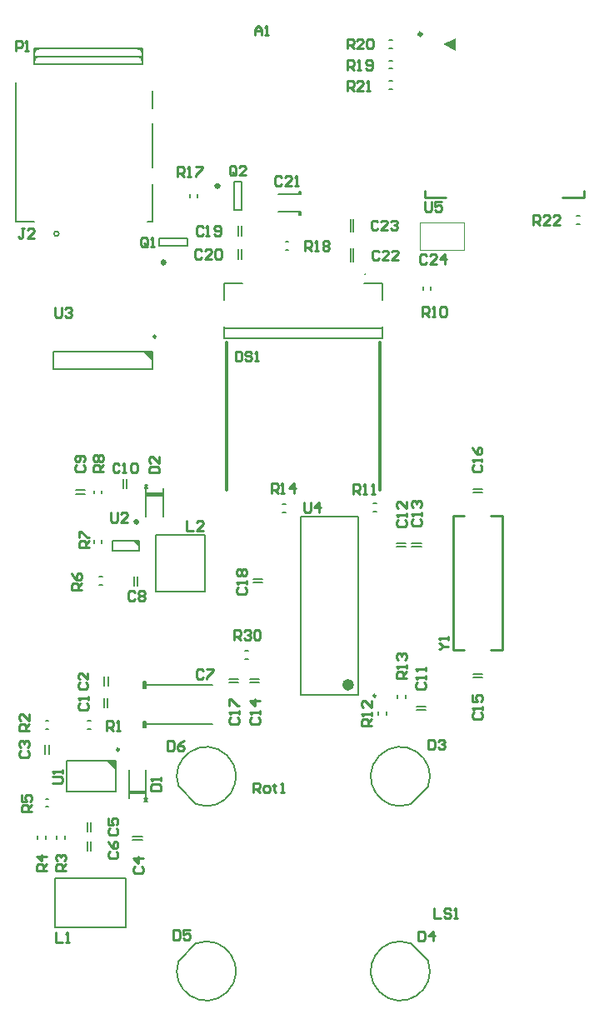
<source format=gto>
G04 Layer_Color=65535*
%FSLAX44Y44*%
%MOMM*%
G71*
G01*
G75*
%ADD35C,0.2000*%
%ADD36C,0.5000*%
%ADD37C,0.3000*%
%ADD47C,0.1270*%
%ADD48C,0.2500*%
%ADD49C,0.6000*%
%ADD50C,0.2540*%
%ADD51C,0.1016*%
G36*
X132780Y466720D02*
X127170Y472330D01*
X132780D01*
Y466720D01*
D02*
G37*
G36*
X109560Y239280D02*
X99560Y249280D01*
X109560D01*
Y239280D01*
D02*
G37*
G36*
X454650Y970650D02*
X441950Y977000D01*
X454650Y983350D01*
Y970650D01*
D02*
G37*
G36*
X146350Y655000D02*
X136350Y665000D01*
X146350D01*
Y655000D01*
D02*
G37*
D35*
X51500Y784500D02*
G03*
X51500Y784500I-2500J0D01*
G01*
X409081Y63341D02*
G03*
X426574Y45908I-10553J-28082D01*
G01*
X173369Y45812D02*
G03*
X190802Y63304I28082J-10553D01*
G01*
X426611Y222398D02*
G03*
X409178Y204906I-28082J10553D01*
G01*
X190898Y204870D02*
G03*
X173406Y222302I10553J28082D01*
G01*
X355500Y316000D02*
Y497000D01*
X297500Y316000D02*
Y497000D01*
Y316000D02*
X355500D01*
X297500Y497000D02*
X355500D01*
X409081Y63341D02*
X426514Y45908D01*
X173369Y45812D02*
X190802Y63244D01*
X409179Y204966D02*
X426611Y222398D01*
X173466Y222302D02*
X190898Y204870D01*
X175000Y421200D02*
X200000D01*
Y478800D01*
X150000D02*
X200000D01*
X150000Y421200D02*
Y478800D01*
Y421200D02*
X175000D01*
X119650Y79500D02*
Y104500D01*
X47350Y79500D02*
X119650D01*
X47350D02*
Y129500D01*
X119650D01*
Y104500D02*
Y129500D01*
D36*
X212726Y833452D02*
X212250Y832976D01*
X212726Y832500D01*
X213202Y832976D01*
X212726Y833452D01*
X130952Y491524D02*
X130476Y492000D01*
X130000Y491524D01*
X130476Y491048D01*
X130952Y491524D01*
X157298Y755226D02*
X157774Y754750D01*
X158250Y755226D01*
X157774Y755702D01*
X157298Y755226D01*
D37*
X420250Y987250D02*
G03*
X420250Y987250I-1500J0D01*
G01*
X378000Y524000D02*
Y674000D01*
X222000Y524000D02*
Y674000D01*
D47*
X136500Y967500D02*
G03*
X131500Y972500I-5000J0D01*
G01*
X136500Y959500D02*
G03*
X131500Y964500I-5000J0D01*
G01*
X31500Y972500D02*
G03*
X26500Y967500I0J-5000D01*
G01*
X31500Y964500D02*
G03*
X26500Y959500I0J-5000D01*
G01*
X363040Y743500D02*
G03*
X363040Y743500I-540J0D01*
G01*
X248738Y433278D02*
X258262D01*
X248738Y429722D02*
X258262D01*
X395936Y312476D02*
Y315524D01*
X404064Y312476D02*
Y315524D01*
X376436Y295476D02*
Y298524D01*
X384564Y295476D02*
Y298524D01*
X472238Y521722D02*
X481762D01*
X472238Y525278D02*
X481762D01*
X8000Y797000D02*
Y938500D01*
Y797000D02*
X26500D01*
X146500D02*
Y802500D01*
X142000Y797000D02*
X146500D01*
X136500Y964500D02*
Y967500D01*
Y956500D02*
Y959500D01*
X26500Y964500D02*
Y967500D01*
Y956500D02*
Y959500D01*
Y956500D02*
X136500D01*
Y967500D02*
Y972500D01*
X131500D02*
X136500D01*
X31500D02*
X131500D01*
X26500D02*
X31500D01*
X26500Y967500D02*
Y972500D01*
X136500Y959500D02*
Y964500D01*
X131500D02*
X136500D01*
X31500D02*
X131500D01*
X26500D02*
X31500D01*
X26500Y959500D02*
Y964500D01*
X146500Y802500D02*
Y834500D01*
Y852000D02*
Y897000D01*
Y912000D02*
Y929500D01*
X472238Y337278D02*
X481762D01*
X472238Y333722D02*
X481762D01*
X414738Y304278D02*
X424262D01*
X414738Y300722D02*
X424262D01*
X394738Y466222D02*
X404262D01*
X394738Y469778D02*
X404262D01*
X410238Y466222D02*
X419762D01*
X410238Y469778D02*
X419762D01*
X224738Y332278D02*
X234262D01*
X224738Y328722D02*
X234262D01*
X245738Y332278D02*
X255262D01*
X245738Y328722D02*
X255262D01*
X281976Y776314D02*
X285024D01*
X281976Y768186D02*
X285024D01*
X296750Y803500D02*
Y806500D01*
X295750Y803500D02*
Y806500D01*
Y803500D02*
X297750D01*
X296750Y824500D02*
Y827500D01*
X295750Y824500D02*
Y827500D01*
X297750D01*
Y824500D02*
Y827500D01*
X274750Y824500D02*
X297750D01*
X274750Y806500D02*
X297750D01*
Y803500D02*
Y806500D01*
X237528Y782738D02*
Y792262D01*
X233972Y782738D02*
Y792262D01*
Y758988D02*
Y768512D01*
X237528Y758988D02*
Y768512D01*
X219500Y717000D02*
Y734500D01*
X238500D01*
X361500D02*
X380500D01*
Y717000D02*
Y734500D01*
X219500Y678500D02*
Y690000D01*
Y678500D02*
X380500D01*
Y690000D01*
X219500Y688500D02*
X380500D01*
X229690Y837500D02*
X237310D01*
Y808500D02*
Y837500D01*
X229690Y808500D02*
X237310D01*
X229690D02*
Y837500D01*
X184436Y821226D02*
Y824274D01*
X192564Y821226D02*
Y824274D01*
X350996Y786238D02*
Y799262D01*
X348004Y786238D02*
Y799262D01*
Y756488D02*
Y769512D01*
X350996Y756488D02*
Y769512D01*
X127722Y426738D02*
Y436262D01*
X131278Y426738D02*
Y436262D01*
X95314Y470226D02*
Y473274D01*
X87186Y470226D02*
Y473274D01*
X92726Y435814D02*
X95774D01*
X92726Y427686D02*
X95774D01*
X105780Y472330D02*
X132780Y472330D01*
X105780Y462170D02*
Y472330D01*
Y462170D02*
X132780Y462170D01*
Y472330D01*
X116972Y525738D02*
Y535262D01*
X120528Y525738D02*
Y535262D01*
X95314Y520476D02*
Y523524D01*
X87186Y520476D02*
Y523524D01*
X68488Y520222D02*
X78012D01*
X68488Y523778D02*
X78012D01*
X101278Y302738D02*
Y312262D01*
X97722Y302738D02*
Y312262D01*
X57564Y169726D02*
Y172774D01*
X49436Y169726D02*
Y172774D01*
X37722Y255488D02*
Y265012D01*
X41278Y255488D02*
Y265012D01*
X37976Y202186D02*
X41024D01*
X37976Y210314D02*
X41024D01*
X138500Y207500D02*
X141500D01*
X138500Y210500D02*
X141500D01*
X140000Y207500D02*
X141500Y210500D01*
X138500D02*
X140000Y207500D01*
Y210500D01*
X123000Y217000D02*
X140000D01*
Y210500D02*
Y239478D01*
X123000Y210500D02*
Y239500D01*
Y218000D02*
X140000D01*
X123000Y216000D02*
X140000D01*
X80976Y289314D02*
X84024D01*
X80976Y281186D02*
X84024D01*
X45650Y665000D02*
X146350D01*
X45650Y647000D02*
X146350D01*
Y665000D01*
X45650Y647000D02*
Y665000D01*
X59560Y249280D02*
X109560D01*
X59560Y217280D02*
X109560D01*
Y249280D01*
X59560Y217280D02*
Y249280D01*
X84108Y157608D02*
Y167132D01*
X80552Y157608D02*
Y167132D01*
X126738Y168222D02*
X136262D01*
X126738Y171778D02*
X136262D01*
X84108Y176658D02*
Y186182D01*
X80552Y176658D02*
Y186182D01*
X278976Y509564D02*
X282024D01*
X278976Y501436D02*
X282024D01*
X37976Y289314D02*
X41024D01*
X37976Y281186D02*
X41024D01*
X101528Y324988D02*
Y334512D01*
X97972Y324988D02*
Y334512D01*
X240976Y360564D02*
X244024D01*
X240976Y352436D02*
X244024D01*
X30006Y169726D02*
Y172774D01*
X38134Y169726D02*
Y172774D01*
X387476Y972936D02*
X390524D01*
X387476Y981064D02*
X390524D01*
X387476Y960314D02*
X390524D01*
X387476Y952186D02*
X390524D01*
X387476Y939564D02*
X390524D01*
X387476Y931436D02*
X390524D01*
X137500Y286000D02*
X207500D01*
X137500Y283000D02*
Y289000D01*
Y323000D02*
Y329000D01*
Y326000D02*
X207500D01*
X137500Y283000D02*
X139500D01*
Y286000D01*
X138500Y283000D02*
Y286000D01*
X137500Y289000D02*
X139500D01*
Y286000D02*
Y289000D01*
X138500Y286000D02*
Y289000D01*
X137500Y329000D02*
X139500D01*
Y326000D02*
Y329000D01*
X138500Y326000D02*
Y329000D01*
X137500Y323000D02*
X139500D01*
Y326000D01*
X138500Y323000D02*
Y326000D01*
X370976Y502436D02*
X374024D01*
X370976Y510564D02*
X374024D01*
X138750Y529000D02*
X141750D01*
X138750Y526000D02*
X141750D01*
X138750D02*
X140250Y529000D01*
X141750Y526000D01*
X140250D02*
Y529000D01*
Y519500D02*
X157250D01*
X140250Y497022D02*
Y526000D01*
X157250Y497000D02*
Y526000D01*
X140250Y518500D02*
X157250D01*
X140250Y520500D02*
X157250D01*
X153250Y772190D02*
Y779810D01*
X182250D01*
Y772190D02*
Y779810D01*
X153250Y772190D02*
X182250D01*
X577976Y794436D02*
X581024D01*
X577976Y802564D02*
X581024D01*
X429831Y727476D02*
Y730524D01*
X421703Y727476D02*
Y730524D01*
D48*
X373750Y314950D02*
G03*
X373750Y314950I-1250J0D01*
G01*
X150200Y680000D02*
G03*
X150200Y680000I-1250J0D01*
G01*
X112810Y260280D02*
G03*
X112810Y260280I-1250J0D01*
G01*
D49*
X348500Y326000D02*
G03*
X348500Y326000I-3000J0D01*
G01*
D50*
X452000Y361500D02*
Y497500D01*
Y361500D02*
X463500D01*
X452000Y497500D02*
X463500D01*
X490500D02*
X502000D01*
X490500Y361500D02*
X502000D01*
Y497500D01*
X423415Y821317D02*
Y827835D01*
X585088Y821317D02*
Y827838D01*
X423415Y821317D02*
X444933D01*
X563567D02*
X585088D01*
X437503Y362000D02*
X439169D01*
X442502Y365332D01*
X439169Y368665D01*
X437503D01*
X442502Y365332D02*
X447500D01*
Y371997D02*
Y375329D01*
Y373663D01*
X437503D01*
X439169Y371997D01*
X423750Y816747D02*
Y808416D01*
X425416Y806750D01*
X428748D01*
X430415Y808416D01*
Y816747D01*
X440411D02*
X433747D01*
Y811748D01*
X437079Y813415D01*
X438745D01*
X440411Y811748D01*
Y808416D01*
X438745Y806750D01*
X435413D01*
X433747Y808416D01*
X301000Y510997D02*
Y502666D01*
X302666Y501000D01*
X305998D01*
X307665Y502666D01*
Y510997D01*
X315995Y501000D02*
Y510997D01*
X310997Y505998D01*
X317661D01*
X47538Y709509D02*
Y701178D01*
X49204Y699512D01*
X52536D01*
X54202Y701178D01*
Y709509D01*
X57535Y707843D02*
X59201Y709509D01*
X62533D01*
X64199Y707843D01*
Y706177D01*
X62533Y704510D01*
X60867D01*
X62533D01*
X64199Y702844D01*
Y701178D01*
X62533Y699512D01*
X59201D01*
X57535Y701178D01*
X104500Y500997D02*
Y492666D01*
X106166Y491000D01*
X109498D01*
X111165Y492666D01*
Y500997D01*
X121161Y491000D02*
X114497D01*
X121161Y497664D01*
Y499331D01*
X119495Y500997D01*
X116163D01*
X114497Y499331D01*
X45003Y226000D02*
X53334D01*
X55000Y227666D01*
Y230998D01*
X53334Y232665D01*
X45003D01*
X55000Y235997D02*
Y239329D01*
Y237663D01*
X45003D01*
X46669Y235997D01*
X249000Y216500D02*
Y226497D01*
X253998D01*
X255665Y224831D01*
Y221498D01*
X253998Y219832D01*
X249000D01*
X252332D02*
X255665Y216500D01*
X260663D02*
X263995D01*
X265661Y218166D01*
Y221498D01*
X263995Y223165D01*
X260663D01*
X258997Y221498D01*
Y218166D01*
X260663Y216500D01*
X270660Y224831D02*
Y223165D01*
X268994D01*
X272326D01*
X270660D01*
Y218166D01*
X272326Y216500D01*
X277324D02*
X280657D01*
X278990D01*
Y226497D01*
X277324Y224831D01*
X229616Y371602D02*
Y381599D01*
X234614D01*
X236280Y379933D01*
Y376600D01*
X234614Y374934D01*
X229616D01*
X232948D02*
X236280Y371602D01*
X239613Y379933D02*
X241279Y381599D01*
X244611D01*
X246277Y379933D01*
Y378266D01*
X244611Y376600D01*
X242945D01*
X244611D01*
X246277Y374934D01*
Y373268D01*
X244611Y371602D01*
X241279D01*
X239613Y373268D01*
X249610Y379933D02*
X251276Y381599D01*
X254608D01*
X256274Y379933D01*
Y373268D01*
X254608Y371602D01*
X251276D01*
X249610Y373268D01*
Y379933D01*
X344500Y930000D02*
Y939997D01*
X349498D01*
X351165Y938331D01*
Y934998D01*
X349498Y933332D01*
X344500D01*
X347832D02*
X351165Y930000D01*
X361161D02*
X354497D01*
X361161Y936665D01*
Y938331D01*
X359495Y939997D01*
X356163D01*
X354497Y938331D01*
X364494Y930000D02*
X367826D01*
X366160D01*
Y939997D01*
X364494Y938331D01*
X344500Y972500D02*
Y982497D01*
X349498D01*
X351165Y980831D01*
Y977498D01*
X349498Y975832D01*
X344500D01*
X347832D02*
X351165Y972500D01*
X361161D02*
X354497D01*
X361161Y979165D01*
Y980831D01*
X359495Y982497D01*
X356163D01*
X354497Y980831D01*
X364494D02*
X366160Y982497D01*
X369492D01*
X371158Y980831D01*
Y974166D01*
X369492Y972500D01*
X366160D01*
X364494Y974166D01*
Y980831D01*
X345000Y951000D02*
Y960997D01*
X349998D01*
X351665Y959331D01*
Y955998D01*
X349998Y954332D01*
X345000D01*
X348332D02*
X351665Y951000D01*
X354997D02*
X358329D01*
X356663D01*
Y960997D01*
X354997Y959331D01*
X363327Y952666D02*
X364994Y951000D01*
X368326D01*
X369992Y952666D01*
Y959331D01*
X368326Y960997D01*
X364994D01*
X363327Y959331D01*
Y957664D01*
X364994Y955998D01*
X369992D01*
X301500Y767000D02*
Y776997D01*
X306498D01*
X308165Y775331D01*
Y771998D01*
X306498Y770332D01*
X301500D01*
X304832D02*
X308165Y767000D01*
X311497D02*
X314829D01*
X313163D01*
Y776997D01*
X311497Y775331D01*
X319827D02*
X321494Y776997D01*
X324826D01*
X326492Y775331D01*
Y773664D01*
X324826Y771998D01*
X326492Y770332D01*
Y768666D01*
X324826Y767000D01*
X321494D01*
X319827Y768666D01*
Y770332D01*
X321494Y771998D01*
X319827Y773664D01*
Y775331D01*
X321494Y771998D02*
X324826D01*
X172250Y842250D02*
Y852247D01*
X177248D01*
X178915Y850581D01*
Y847248D01*
X177248Y845582D01*
X172250D01*
X175582D02*
X178915Y842250D01*
X182247D02*
X185579D01*
X183913D01*
Y852247D01*
X182247Y850581D01*
X190577Y852247D02*
X197242D01*
Y850581D01*
X190577Y843916D01*
Y842250D01*
X267462Y520700D02*
Y530697D01*
X272460D01*
X274126Y529031D01*
Y525698D01*
X272460Y524032D01*
X267462D01*
X270794D02*
X274126Y520700D01*
X277459D02*
X280791D01*
X279125D01*
Y530697D01*
X277459Y529031D01*
X290788Y520700D02*
Y530697D01*
X285789Y525698D01*
X292454D01*
X405000Y333000D02*
X395003D01*
Y337998D01*
X396669Y339664D01*
X400002D01*
X401668Y337998D01*
Y333000D01*
Y336332D02*
X405000Y339664D01*
Y342997D02*
Y346329D01*
Y344663D01*
X395003D01*
X396669Y342997D01*
Y351327D02*
X395003Y352994D01*
Y356326D01*
X396669Y357992D01*
X398335D01*
X400002Y356326D01*
Y354660D01*
Y356326D01*
X401668Y357992D01*
X403334D01*
X405000Y356326D01*
Y352994D01*
X403334Y351327D01*
X369500Y284500D02*
X359503D01*
Y289498D01*
X361169Y291164D01*
X364502D01*
X366168Y289498D01*
Y284500D01*
Y287832D02*
X369500Y291164D01*
Y294497D02*
Y297829D01*
Y296163D01*
X359503D01*
X361169Y294497D01*
X369500Y309492D02*
Y302827D01*
X362836Y309492D01*
X361169D01*
X359503Y307826D01*
Y304494D01*
X361169Y302827D01*
X351000Y520000D02*
Y529997D01*
X355998D01*
X357664Y528331D01*
Y524998D01*
X355998Y523332D01*
X351000D01*
X354332D02*
X357664Y520000D01*
X360997D02*
X364329D01*
X362663D01*
Y529997D01*
X360997Y528331D01*
X369327Y520000D02*
X372660D01*
X370994D01*
Y529997D01*
X369327Y528331D01*
X96500Y543000D02*
X86503D01*
Y547998D01*
X88169Y549664D01*
X91502D01*
X93168Y547998D01*
Y543000D01*
Y546332D02*
X96500Y549664D01*
X88169Y552997D02*
X86503Y554663D01*
Y557995D01*
X88169Y559661D01*
X89836D01*
X91502Y557995D01*
X93168Y559661D01*
X94834D01*
X96500Y557995D01*
Y554663D01*
X94834Y552997D01*
X93168D01*
X91502Y554663D01*
X89836Y552997D01*
X88169D01*
X91502Y554663D02*
Y557995D01*
X82000Y465500D02*
X72003D01*
Y470498D01*
X73669Y472164D01*
X77002D01*
X78668Y470498D01*
Y465500D01*
Y468832D02*
X82000Y472164D01*
X72003Y475497D02*
Y482161D01*
X73669D01*
X80334Y475497D01*
X82000D01*
X74500Y422500D02*
X64503D01*
Y427498D01*
X66169Y429165D01*
X69502D01*
X71168Y427498D01*
Y422500D01*
Y425832D02*
X74500Y429165D01*
X64503Y439161D02*
X66169Y435829D01*
X69502Y432497D01*
X72834D01*
X74500Y434163D01*
Y437495D01*
X72834Y439161D01*
X71168D01*
X69502Y437495D01*
Y432497D01*
X23500Y197500D02*
X13503D01*
Y202498D01*
X15169Y204165D01*
X18502D01*
X20168Y202498D01*
Y197500D01*
Y200832D02*
X23500Y204165D01*
X13503Y214161D02*
Y207497D01*
X18502D01*
X16836Y210829D01*
Y212495D01*
X18502Y214161D01*
X21834D01*
X23500Y212495D01*
Y209163D01*
X21834Y207497D01*
X39000Y137000D02*
X29003D01*
Y141998D01*
X30669Y143665D01*
X34002D01*
X35668Y141998D01*
Y137000D01*
Y140332D02*
X39000Y143665D01*
Y151995D02*
X29003D01*
X34002Y146997D01*
Y153661D01*
X58500Y137000D02*
X48503D01*
Y141998D01*
X50169Y143665D01*
X53502D01*
X55168Y141998D01*
Y137000D01*
Y140332D02*
X58500Y143665D01*
X50169Y146997D02*
X48503Y148663D01*
Y151995D01*
X50169Y153661D01*
X51835D01*
X53502Y151995D01*
Y150329D01*
Y151995D01*
X55168Y153661D01*
X56834D01*
X58500Y151995D01*
Y148663D01*
X56834Y146997D01*
X21000Y279500D02*
X11003D01*
Y284498D01*
X12669Y286164D01*
X16002D01*
X17668Y284498D01*
Y279500D01*
Y282832D02*
X21000Y286164D01*
Y296161D02*
Y289497D01*
X14336Y296161D01*
X12669D01*
X11003Y294495D01*
Y291163D01*
X12669Y289497D01*
X100000Y279500D02*
Y289497D01*
X104998D01*
X106664Y287831D01*
Y284498D01*
X104998Y282832D01*
X100000D01*
X103332D02*
X106664Y279500D01*
X109997D02*
X113329D01*
X111663D01*
Y289497D01*
X109997Y287831D01*
X231665Y845416D02*
Y852081D01*
X229998Y853747D01*
X226666D01*
X225000Y852081D01*
Y845416D01*
X226666Y843750D01*
X229998D01*
X228332Y847082D02*
X231665Y843750D01*
X229998D02*
X231665Y845416D01*
X241661Y843750D02*
X234997D01*
X241661Y850415D01*
Y852081D01*
X239995Y853747D01*
X236663D01*
X234997Y852081D01*
X141664Y772666D02*
Y779331D01*
X139998Y780997D01*
X136666D01*
X135000Y779331D01*
Y772666D01*
X136666Y771000D01*
X139998D01*
X138332Y774332D02*
X141664Y771000D01*
X139998D02*
X141664Y772666D01*
X144997Y771000D02*
X148329D01*
X146663D01*
Y780997D01*
X144997Y779331D01*
X7500Y970500D02*
Y980497D01*
X12498D01*
X14165Y978831D01*
Y975498D01*
X12498Y973832D01*
X7500D01*
X17497Y970500D02*
X20829D01*
X19163D01*
Y980497D01*
X17497Y978831D01*
X433000Y98997D02*
Y89000D01*
X439664D01*
X449661Y97331D02*
X447995Y98997D01*
X444663D01*
X442997Y97331D01*
Y95665D01*
X444663Y93998D01*
X447995D01*
X449661Y92332D01*
Y90666D01*
X447995Y89000D01*
X444663D01*
X442997Y90666D01*
X452994Y89000D02*
X456326D01*
X454660D01*
Y98997D01*
X452994Y97331D01*
X181500Y492997D02*
Y483000D01*
X188165D01*
X198161D02*
X191497D01*
X198161Y489664D01*
Y491331D01*
X196495Y492997D01*
X193163D01*
X191497Y491331D01*
X48500Y74497D02*
Y64500D01*
X55164D01*
X58497D02*
X61829D01*
X60163D01*
Y74497D01*
X58497Y72831D01*
X16665Y789997D02*
X13332D01*
X14998D01*
Y781666D01*
X13332Y780000D01*
X11666D01*
X10000Y781666D01*
X26661Y780000D02*
X19997D01*
X26661Y786665D01*
Y788331D01*
X24995Y789997D01*
X21663D01*
X19997Y788331D01*
X231000Y664997D02*
Y655000D01*
X235998D01*
X237665Y656666D01*
Y663331D01*
X235998Y664997D01*
X231000D01*
X247661Y663331D02*
X245995Y664997D01*
X242663D01*
X240997Y663331D01*
Y661665D01*
X242663Y659998D01*
X245995D01*
X247661Y658332D01*
Y656666D01*
X245995Y655000D01*
X242663D01*
X240997Y656666D01*
X250994Y655000D02*
X254326D01*
X252660D01*
Y664997D01*
X250994Y663331D01*
X161750Y268997D02*
Y259000D01*
X166748D01*
X168414Y260666D01*
Y267331D01*
X166748Y268997D01*
X161750D01*
X178411D02*
X175079Y267331D01*
X171747Y263998D01*
Y260666D01*
X173413Y259000D01*
X176745D01*
X178411Y260666D01*
Y262332D01*
X176745Y263998D01*
X171747D01*
X168250Y77247D02*
Y67250D01*
X173248D01*
X174914Y68916D01*
Y75581D01*
X173248Y77247D01*
X168250D01*
X184911D02*
X178247D01*
Y72248D01*
X181579Y73914D01*
X183245D01*
X184911Y72248D01*
Y68916D01*
X183245Y67250D01*
X179913D01*
X178247Y68916D01*
X416750Y75747D02*
Y65750D01*
X421748D01*
X423414Y67416D01*
Y74081D01*
X421748Y75747D01*
X416750D01*
X431745Y65750D02*
Y75747D01*
X426747Y70748D01*
X433411D01*
X427000Y270497D02*
Y260500D01*
X431998D01*
X433665Y262166D01*
Y268831D01*
X431998Y270497D01*
X427000D01*
X436997Y268831D02*
X438663Y270497D01*
X441995D01*
X443661Y268831D01*
Y267164D01*
X441995Y265498D01*
X440329D01*
X441995D01*
X443661Y263832D01*
Y262166D01*
X441995Y260500D01*
X438663D01*
X436997Y262166D01*
X143503Y541500D02*
X153500D01*
Y546498D01*
X151834Y548164D01*
X145169D01*
X143503Y546498D01*
Y541500D01*
X153500Y558161D02*
Y551497D01*
X146835Y558161D01*
X145169D01*
X143503Y556495D01*
Y553163D01*
X145169Y551497D01*
X145003Y218500D02*
X155000D01*
Y223498D01*
X153334Y225165D01*
X146669D01*
X145003Y223498D01*
Y218500D01*
X155000Y228497D02*
Y231829D01*
Y230163D01*
X145003D01*
X146669Y228497D01*
X425415Y762081D02*
X423748Y763747D01*
X420416D01*
X418750Y762081D01*
Y755416D01*
X420416Y753750D01*
X423748D01*
X425415Y755416D01*
X435411Y753750D02*
X428747D01*
X435411Y760415D01*
Y762081D01*
X433745Y763747D01*
X430413D01*
X428747Y762081D01*
X443742Y753750D02*
Y763747D01*
X438744Y758748D01*
X445408D01*
X375664Y796331D02*
X373998Y797997D01*
X370666D01*
X369000Y796331D01*
Y789666D01*
X370666Y788000D01*
X373998D01*
X375664Y789666D01*
X385661Y788000D02*
X378997D01*
X385661Y794665D01*
Y796331D01*
X383995Y797997D01*
X380663D01*
X378997Y796331D01*
X388994D02*
X390660Y797997D01*
X393992D01*
X395658Y796331D01*
Y794665D01*
X393992Y792998D01*
X392326D01*
X393992D01*
X395658Y791332D01*
Y789666D01*
X393992Y788000D01*
X390660D01*
X388994Y789666D01*
X376665Y765831D02*
X374998Y767497D01*
X371666D01*
X370000Y765831D01*
Y759166D01*
X371666Y757500D01*
X374998D01*
X376665Y759166D01*
X386661Y757500D02*
X379997D01*
X386661Y764165D01*
Y765831D01*
X384995Y767497D01*
X381663D01*
X379997Y765831D01*
X396658Y757500D02*
X389994D01*
X396658Y764165D01*
Y765831D01*
X394992Y767497D01*
X391660D01*
X389994Y765831D01*
X278165Y841331D02*
X276498Y842997D01*
X273166D01*
X271500Y841331D01*
Y834666D01*
X273166Y833000D01*
X276498D01*
X278165Y834666D01*
X288161Y833000D02*
X281497D01*
X288161Y839665D01*
Y841331D01*
X286495Y842997D01*
X283163D01*
X281497Y841331D01*
X291493Y833000D02*
X294826D01*
X293160D01*
Y842997D01*
X291493Y841331D01*
X196665Y767081D02*
X194998Y768747D01*
X191666D01*
X190000Y767081D01*
Y760416D01*
X191666Y758750D01*
X194998D01*
X196665Y760416D01*
X206661Y758750D02*
X199997D01*
X206661Y765415D01*
Y767081D01*
X204995Y768747D01*
X201663D01*
X199997Y767081D01*
X209993D02*
X211660Y768747D01*
X214992D01*
X216658Y767081D01*
Y760416D01*
X214992Y758750D01*
X211660D01*
X209993Y760416D01*
Y767081D01*
X197915Y790581D02*
X196248Y792247D01*
X192916D01*
X191250Y790581D01*
Y783916D01*
X192916Y782250D01*
X196248D01*
X197915Y783916D01*
X201247Y782250D02*
X204579D01*
X202913D01*
Y792247D01*
X201247Y790581D01*
X209577Y783916D02*
X211243Y782250D01*
X214576D01*
X216242Y783916D01*
Y790581D01*
X214576Y792247D01*
X211243D01*
X209577Y790581D01*
Y788914D01*
X211243Y787248D01*
X216242D01*
X233669Y425164D02*
X232003Y423498D01*
Y420166D01*
X233669Y418500D01*
X240334D01*
X242000Y420166D01*
Y423498D01*
X240334Y425164D01*
X242000Y428497D02*
Y431829D01*
Y430163D01*
X232003D01*
X233669Y428497D01*
Y436827D02*
X232003Y438493D01*
Y441826D01*
X233669Y443492D01*
X235336D01*
X237002Y441826D01*
X238668Y443492D01*
X240334D01*
X242000Y441826D01*
Y438493D01*
X240334Y436827D01*
X238668D01*
X237002Y438493D01*
X235336Y436827D01*
X233669D01*
X237002Y438493D02*
Y441826D01*
X226169Y293165D02*
X224503Y291498D01*
Y288166D01*
X226169Y286500D01*
X232834D01*
X234500Y288166D01*
Y291498D01*
X232834Y293165D01*
X234500Y296497D02*
Y299829D01*
Y298163D01*
X224503D01*
X226169Y296497D01*
X224503Y304827D02*
Y311492D01*
X226169D01*
X232834Y304827D01*
X234500D01*
X247169Y293165D02*
X245503Y291498D01*
Y288166D01*
X247169Y286500D01*
X253834D01*
X255500Y288166D01*
Y291498D01*
X253834Y293165D01*
X255500Y296497D02*
Y299829D01*
Y298163D01*
X245503D01*
X247169Y296497D01*
X255500Y309826D02*
X245503D01*
X250502Y304827D01*
Y311492D01*
X411669Y494664D02*
X410003Y492998D01*
Y489666D01*
X411669Y488000D01*
X418334D01*
X420000Y489666D01*
Y492998D01*
X418334Y494664D01*
X420000Y497997D02*
Y501329D01*
Y499663D01*
X410003D01*
X411669Y497997D01*
Y506327D02*
X410003Y507994D01*
Y511326D01*
X411669Y512992D01*
X413335D01*
X415002Y511326D01*
Y509660D01*
Y511326D01*
X416668Y512992D01*
X418334D01*
X420000Y511326D01*
Y507994D01*
X418334Y506327D01*
X396169Y493664D02*
X394503Y491998D01*
Y488666D01*
X396169Y487000D01*
X402834D01*
X404500Y488666D01*
Y491998D01*
X402834Y493664D01*
X404500Y496997D02*
Y500329D01*
Y498663D01*
X394503D01*
X396169Y496997D01*
X404500Y511992D02*
Y505327D01*
X397836Y511992D01*
X396169D01*
X394503Y510326D01*
Y506993D01*
X396169Y505327D01*
X473169Y549165D02*
X471503Y547498D01*
Y544166D01*
X473169Y542500D01*
X479834D01*
X481500Y544166D01*
Y547498D01*
X479834Y549165D01*
X481500Y552497D02*
Y555829D01*
Y554163D01*
X471503D01*
X473169Y552497D01*
X471503Y567492D02*
X473169Y564160D01*
X476502Y560827D01*
X479834D01*
X481500Y562494D01*
Y565826D01*
X479834Y567492D01*
X478168D01*
X476502Y565826D01*
Y560827D01*
X473669Y297665D02*
X472003Y295998D01*
Y292666D01*
X473669Y291000D01*
X480334D01*
X482000Y292666D01*
Y295998D01*
X480334Y297665D01*
X482000Y300997D02*
Y304329D01*
Y302663D01*
X472003D01*
X473669Y300997D01*
X472003Y315992D02*
Y309327D01*
X477002D01*
X475336Y312660D01*
Y314326D01*
X477002Y315992D01*
X480334D01*
X482000Y314326D01*
Y310994D01*
X480334Y309327D01*
X416169Y328665D02*
X414503Y326998D01*
Y323666D01*
X416169Y322000D01*
X422834D01*
X424500Y323666D01*
Y326998D01*
X422834Y328665D01*
X424500Y331997D02*
Y335329D01*
Y333663D01*
X414503D01*
X416169Y331997D01*
X424500Y340327D02*
Y343660D01*
Y341994D01*
X414503D01*
X416169Y340327D01*
X113165Y549831D02*
X111498Y551497D01*
X108166D01*
X106500Y549831D01*
Y543166D01*
X108166Y541500D01*
X111498D01*
X113165Y543166D01*
X116497Y541500D02*
X119829D01*
X118163D01*
Y551497D01*
X116497Y549831D01*
X124827D02*
X126494Y551497D01*
X129826D01*
X131492Y549831D01*
Y543166D01*
X129826Y541500D01*
X126494D01*
X124827Y543166D01*
Y549831D01*
X69669Y549165D02*
X68003Y547498D01*
Y544166D01*
X69669Y542500D01*
X76334D01*
X78000Y544166D01*
Y547498D01*
X76334Y549165D01*
Y552497D02*
X78000Y554163D01*
Y557495D01*
X76334Y559161D01*
X69669D01*
X68003Y557495D01*
Y554163D01*
X69669Y552497D01*
X71336D01*
X73002Y554163D01*
Y559161D01*
X128665Y419831D02*
X126998Y421497D01*
X123666D01*
X122000Y419831D01*
Y413166D01*
X123666Y411500D01*
X126998D01*
X128665Y413166D01*
X131997Y419831D02*
X133663Y421497D01*
X136995D01*
X138661Y419831D01*
Y418164D01*
X136995Y416498D01*
X138661Y414832D01*
Y413166D01*
X136995Y411500D01*
X133663D01*
X131997Y413166D01*
Y414832D01*
X133663Y416498D01*
X131997Y418164D01*
Y419831D01*
X133663Y416498D02*
X136995D01*
X198165Y340331D02*
X196498Y341997D01*
X193166D01*
X191500Y340331D01*
Y333666D01*
X193166Y332000D01*
X196498D01*
X198165Y333666D01*
X201497Y341997D02*
X208161D01*
Y340331D01*
X201497Y333666D01*
Y332000D01*
X103169Y156664D02*
X101503Y154998D01*
Y151666D01*
X103169Y150000D01*
X109834D01*
X111500Y151666D01*
Y154998D01*
X109834Y156664D01*
X101503Y166661D02*
X103169Y163329D01*
X106502Y159997D01*
X109834D01*
X111500Y161663D01*
Y164995D01*
X109834Y166661D01*
X108168D01*
X106502Y164995D01*
Y159997D01*
X103169Y180665D02*
X101503Y178998D01*
Y175666D01*
X103169Y174000D01*
X109834D01*
X111500Y175666D01*
Y178998D01*
X109834Y180665D01*
X101503Y190661D02*
Y183997D01*
X106502D01*
X104836Y187329D01*
Y188995D01*
X106502Y190661D01*
X109834D01*
X111500Y188995D01*
Y185663D01*
X109834Y183997D01*
X128669Y141165D02*
X127003Y139498D01*
Y136166D01*
X128669Y134500D01*
X135334D01*
X137000Y136166D01*
Y139498D01*
X135334Y141165D01*
X137000Y149495D02*
X127003D01*
X132002Y144497D01*
Y151161D01*
X13169Y259165D02*
X11503Y257498D01*
Y254166D01*
X13169Y252500D01*
X19834D01*
X21500Y254166D01*
Y257498D01*
X19834Y259165D01*
X13169Y262497D02*
X11503Y264163D01*
Y267495D01*
X13169Y269161D01*
X14835D01*
X16502Y267495D01*
Y265829D01*
Y267495D01*
X18168Y269161D01*
X19834D01*
X21500Y267495D01*
Y264163D01*
X19834Y262497D01*
X72669Y328164D02*
X71003Y326498D01*
Y323166D01*
X72669Y321500D01*
X79334D01*
X81000Y323166D01*
Y326498D01*
X79334Y328164D01*
X81000Y338161D02*
Y331497D01*
X74335Y338161D01*
X72669D01*
X71003Y336495D01*
Y333163D01*
X72669Y331497D01*
X73169Y307665D02*
X71503Y305998D01*
Y302666D01*
X73169Y301000D01*
X79834D01*
X81500Y302666D01*
Y305998D01*
X79834Y307665D01*
X81500Y310997D02*
Y314329D01*
Y312663D01*
X71503D01*
X73169Y310997D01*
X250952Y986028D02*
Y992692D01*
X254284Y996025D01*
X257617Y992692D01*
Y986028D01*
Y991026D01*
X250952D01*
X260949Y986028D02*
X264281D01*
X262615D01*
Y996025D01*
X260949Y994359D01*
X534000Y793500D02*
Y803497D01*
X538998D01*
X540664Y801831D01*
Y798498D01*
X538998Y796832D01*
X534000D01*
X537332D02*
X540664Y793500D01*
X550661D02*
X543997D01*
X550661Y800164D01*
Y801831D01*
X548995Y803497D01*
X545663D01*
X543997Y801831D01*
X560658Y793500D02*
X553994D01*
X560658Y800164D01*
Y801831D01*
X558992Y803497D01*
X555660D01*
X553994Y801831D01*
X420767Y700000D02*
Y709997D01*
X425765D01*
X427431Y708331D01*
Y704998D01*
X425765Y703332D01*
X420767D01*
X424099D02*
X427431Y700000D01*
X430764D02*
X434096D01*
X432430D01*
Y709997D01*
X430764Y708331D01*
X439094D02*
X440760Y709997D01*
X444093D01*
X445759Y708331D01*
Y701666D01*
X444093Y700000D01*
X440760D01*
X439094Y701666D01*
Y708331D01*
D51*
X418775Y768030D02*
Y795970D01*
Y768030D02*
X463225D01*
Y795970D01*
X418775D02*
X463225D01*
M02*

</source>
